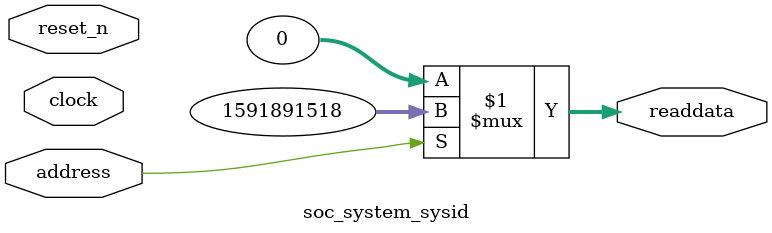
<source format=v>



// synthesis translate_off
`timescale 1ns / 1ps
// synthesis translate_on

// turn off superfluous verilog processor warnings 
// altera message_level Level1 
// altera message_off 10034 10035 10036 10037 10230 10240 10030 

module soc_system_sysid (
               // inputs:
                address,
                clock,
                reset_n,

               // outputs:
                readdata
             )
;

  output  [ 31: 0] readdata;
  input            address;
  input            clock;
  input            reset_n;

  wire    [ 31: 0] readdata;
  //control_slave, which is an e_avalon_slave
  assign readdata = address ? 1591891518 : 0;

endmodule



</source>
